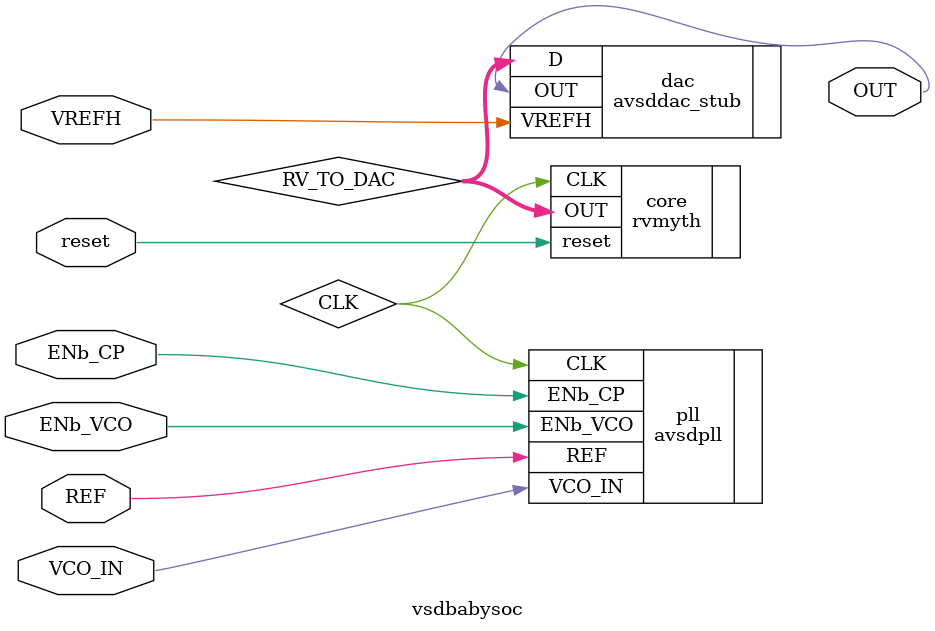
<source format=v>
module vsdbabysoc (
   output wire OUT,
   //
   input  wire reset,
   //
   input  wire VCO_IN,
   input  wire ENb_CP,
   input  wire ENb_VCO,
   input  wire REF,
   //
   // input  wire VREFL,
   input  wire VREFH
);

   wire CLK;
   wire [9:0] RV_TO_DAC;

   rvmyth core (
      .OUT(RV_TO_DAC),
      .CLK(CLK),
      .reset(reset)
   );

   avsdpll pll (
      .CLK(CLK),
      .VCO_IN(VCO_IN),
      .ENb_CP(ENb_CP),
      .ENb_VCO(ENb_VCO),
      .REF(REF)
   );

   avsddac_stub dac (   // ✅ Added instance name here
      .OUT(OUT),
      .D(RV_TO_DAC),
      // .VREFL(VREFL),
      .VREFH(VREFH)
   );
   
endmodule


</source>
